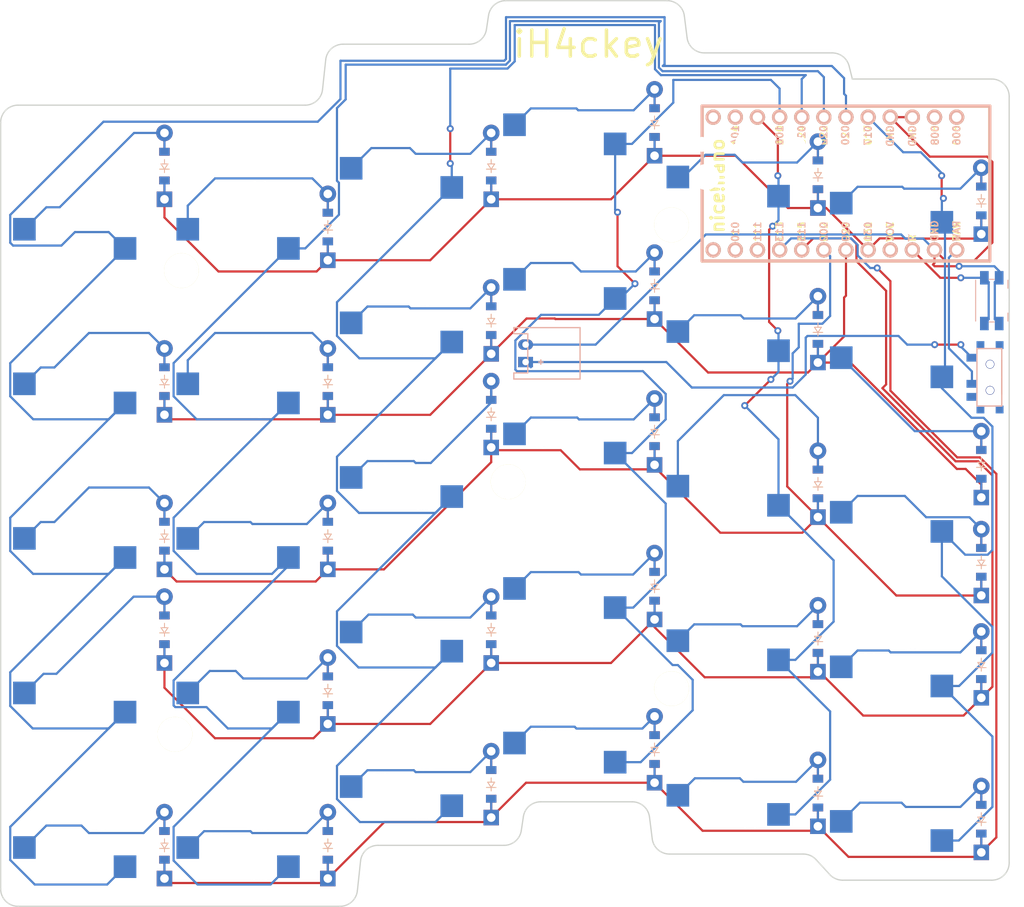
<source format=kicad_pcb>
(kicad_pcb (version 20240108) (generator "pcbnew") (generator_version "8.0")
  (title_block (title "left") (rev "v1.0.0") (company "Unknown"))
  (layers (0 "F.Cu" signal) (31 "B.Cu" signal) (34 "B.Paste" user) (35 "F.Paste" user) (36 "B.SilkS" user "B.Silkscreen") (37 "F.SilkS" user "F.Silkscreen") (38 "B.Mask" user) (39 "F.Mask" user) (44 "Edge.Cuts" user))
  (net 0 "")
  (net 1 "P020")
  (net 2 "first_mod")
  (net 3 "first_bottom")
  (net 4 "first_home")
  (net 5 "first_top")
  (net 6 "first_num")
  (net 7 "P022")
  (net 8 "second_mod")
  (net 9 "second_bottom")
  (net 10 "second_home")
  (net 11 "second_top")
  (net 12 "second_num")
  (net 13 "P024")
  (net 14 "third_mod")
  (net 15 "third_bottom")
  (net 16 "third_home")
  (net 17 "third_top")
  (net 18 "third_num")
  (net 19 "P100")
  (net 20 "fourth_mod")
  (net 21 "fourth_bottom")
  (net 22 "fourth_home")
  (net 23 "fourth_top")
  (net 24 "fourth_num")
  (net 25 "P011")
  (net 26 "fifth_mod")
  (net 27 "fifth_bottom")
  (net 28 "fifth_home")
  (net 29 "fifth_top")
  (net 30 "fifth_num")
  (net 31 "P017")
  (net 32 "sixth_mod")
  (net 33 "sixth_bottom")
  (net 34 "sixth_home")
  (net 35 "sixth_top")
  (net 36 "sixth_num")
  (net 37 "P113")
  (net 38 "P002")
  (net 39 "P029")
  (net 40 "P115")
  (net 41 "P031")
  (net 42 "RAW")
  (net 43 "GND")
  (net 44 "RST")
  (net 45 "VCC")
  (net 46 "P111")
  (net 47 "P010")
  (net 48 "P009")
  (net 49 "P006")
  (net 50 "P008")
  (net 51 "P104")
  (net 52 "P106")
  (net 53 "pos")
  (footprint "E73:SPDT_C128955" (layer "F.Cu") (at 202.55 99.75 -90)
    (property "Reference" "T1" (hide yes))
    (property "Value" "" (hide yes))
  )
  (footprint "PG1350" (layer "F.Cu") (at 175 144 180)
    (property "Reference" "S21" (hide yes))
    (property "Value" "" (hide yes))
  )
  (footprint "PG1350" (layer "F.Cu") (at 193.75 147 180)
    (property "Reference" "S26" (hide yes))
    (property "Value" "" (hide yes))
  )
  (footprint "ComboDiode" (layer "F.Cu") (at 182.8 94.25 90)
    (property "Reference" "D19" (hide yes))
    (property "Value" "" (hide yes))
  )
  (footprint "PG1350" (layer "F.Cu") (at 118.75 150 180)
    (property "Reference" "S6" (hide yes))
    (property "Value" "" (hide yes))
  )
  (footprint "HOLE_M2_TH" (layer "F.Cu") (at 109 140.75)
    (property "Reference" "")
    (property "Value" "")
  )
  (footprint "HOLE_M2_TH" (layer "F.Cu") (at 147.25 111.75)
    (property "Reference" "")
    (property "Value" "")
  )
  (footprint "ComboDiode" (layer "F.Cu") (at 201.55 79.5 90)
    (property "Reference" "D23" (hide yes))
    (property "Value" "" (hide yes))
  )
  (footprint "ComboDiode" (layer "F.Cu") (at 182.8 76.5 90)
    (property "Reference" "D20" (hide yes))
    (property "Value" "" (hide yes))
  )
  (footprint "ComboDiode" (layer "F.Cu") (at 164.05 142.5 90)
    (property "Reference" "D29" (hide yes))
    (property "Value" "" (hide yes))
  )
  (footprint "ComboDiode" (layer "F.Cu") (at 145.3 75.5 90)
    (property "Reference" "D12" (hide yes))
    (property "Value" "" (hide yes))
  )
  (footprint "PG1350" (layer "F.Cu") (at 156.25 120.25 180)
    (property "Reference" "S17" (hide yes))
    (property "Value" "" (hide yes))
  )
  (footprint "ComboDiode" (layer "F.Cu") (at 201.55 121 90)
    (property "Reference" "D25" (hide yes))
    (property "Value" "" (hide yes))
  )
  (footprint "PG1350" (layer "F.Cu") (at 118.75 96.75 180)
    (property "Reference" "S9" (hide yes))
    (property "Value" "" (hide yes))
  )
  (footprint "ComboDiode" (layer "F.Cu") (at 182.8 129.75 90)
    (property "Reference" "D17" (hide yes))
    (property "Value" "" (hide yes))
  )
  (footprint "PG1350" (layer "F.Cu") (at 193.75 129.25 180)
    (property "Reference" "S27" (hide yes))
    (property "Value" "" (hide yes))
  )
  (footprint "PG1350" (layer "F.Cu") (at 100 79 180)
    (property "Reference" "S5" (hide yes))
    (property "Value" "" (hide yes))
  )
  (footprint "HOLE_M2_TH" (layer "F.Cu") (at 109.75 87.5)
    (property "Reference" "")
    (property "Value" "")
  )
  (footprint "PG1350" (layer "F.Cu") (at 100 150 180)
    (property "Reference" "S1" (hide yes))
    (property "Value" "" (hide yes))
  )
  (footprint "ComboDiode" (layer "F.Cu") (at 201.55 109.75 90)
    (property "Reference" "D24" (hide yes))
    (property "Value" "" (hide yes))
  )
  (footprint "PG1350" (layer "F.Cu") (at 193.75 111.5 180)
    (property "Reference" "S28" (hide yes))
    (property "Value" "" (hide yes))
  )
  (footprint "PG1350" (layer "F.Cu") (at 156.25 84.75 180)
    (property "Reference" "S19" (hide yes))
    (property "Value" "" (hide yes))
  )
  (footprint "ComboDiode" (layer "F.Cu") (at 107.8 75.5 90)
    (property "Reference" "D27" (hide yes))
    (property "Value" "" (hide yes))
  )
  (footprint "ComboDiode" (layer "F.Cu") (at 145.3 146.5 90)
    (property "Reference" "D9" (hide yes))
    (property "Value" "" (hide yes))
  )
  (footprint "ComboDiode" (layer "F.Cu") (at 164.05 123.75 90)
    (property "Reference" "D13" (hide yes))
    (property "Value" "" (hide yes))
  )
  (footprint "ComboDiode" (layer "F.Cu") (at 164.05 106 90)
    (property "Reference" "D14" (hide yes))
    (property "Value" "" (hide yes))
  )
  (footprint "PG1350" (layer "F.Cu") (at 193.75 93.75 180)
    (property "Reference" "S29" (hide yes))
    (property "Value" "" (hide yes))
  )
  (footprint "PG1350" (layer "F.Cu") (at 118.75 132.25 180)
    (property "Reference" "S7" (hide yes))
    (property "Value" "" (hide yes))
  )
  (footprint "PG1350" (layer "F.Cu") (at 175 126.25 180)
    (property "Reference" "S22" (hide yes))
    (property "Value" "" (hide yes))
  )
  (footprint "PG1350" (layer "F.Cu") (at 100 96.75 180)
    (property "Reference" "S4" (hide yes))
    (property "Value" "" (hide yes))
  )
  (footprint "ComboDiode" (layer "F.Cu") (at 182.8 112 90)
    (property "Reference" "D18" (hide yes))
    (property "Value" "" (hide yes))
  )
  (footprint "PG1350" (layer "F.Cu") (at 156.25 67 180)
    (property "Reference" "S20" (hide yes))
    (property "Value" "" (hide yes))
  )
  (footprint "PG1350" (layer "F.Cu") (at 118.75 114.5 180)
    (property "Reference" "S8" (hide yes))
    (property "Value" "" (hide yes))
  )
  (footprint "ComboDiode" (layer "F.Cu") (at 126.55 118 90)
    (property "Reference" "D6" (hide yes))
    (property "Value" "" (hide yes))
  )
  (footprint "PG1350" (layer "F.Cu") (at 175 108.5 180)
    (property "Reference" "S23" (hide yes))
    (property "Value" "" (hide yes))
  )
  (footprint "ComboDiode" (layer "F.Cu") (at 107.8 118 90)
    (property "Reference" "D2" (hide yes))
    (property "Value" "" (hide yes))
  )
  (footprint "ComboDiode" (layer "F.Cu") (at 126.55 82.5 90)
    (property "Reference" "D8" (hide yes))
    (property "Value" "" (hide yes))
  )
  (footprint "PG1350" (layer "F.Cu") (at 137.5 125.25 180)
    (property "Reference" "S12" (hide yes))
    (property "Value" "" (hide yes))
  )
  (footprint "ComboDiode" (layer "F.Cu") (at 201.55 150.5 90)
    (property "Reference" "D21" (hide yes))
    (property "Value" "" (hide yes))
  )
  (footprint "ComboDiode" (layer "F.Cu") (at 107.8 100.25 90)
    (property "Reference" "D3" (hide yes))
    (property "Value" "" (hide yes))
  )
  (footprint "PG1350" (layer "F.Cu") (at 175 90.75 180)
    (property "Reference" "S24" (hide yes))
    (property "Value" "" (hide yes))
  )
  (footprint "ComboDiode" (layer "F.Cu") (at 164.05 89.25 90)
    (property "Reference" "D30" (hide yes))
    (property "Value" "" (hide yes))
  )
  (footprint "PG1350" (layer "F.Cu") (at 193.75 76 180)
    (property "Reference" "S30" (hide yes))
    (property "Value" "" (hide yes))
  )
  (footprint "ComboDiode" (layer "F.Cu") (at 145.3 128.75 90)
    (property "Reference" "D10" (hide yes))
    (property "Value" "" (hide yes))
  )
  (footprint "ComboDiode" (layer "F.Cu") (at 145.3 104 90)
    (property "Reference" "D28" (hide yes))
    (property "Value" "" (hide yes))
  )
  (footprint "ComboDiode" (layer "F.Cu") (at 126.55 135.75 90)
    (property "Reference" "D5" (hide yes))
    (property "Value" "" (hide yes))
  )
  (footprint "PG1350" (layer "F.Cu") (at 156.25 102.5 180)
    (property "Reference" "S18" (hide yes))
    (property "Value" "" (hide yes))
  )
  (footprint "PG1350" (layer "F.Cu") (at 137.5 107.5 180)
    (property "Reference" "S13" (hide yes))
    (property "Value" "" (hide yes))
  )
  (footprint "ComboDiode" (layer "F.Cu") (at 182.8 147.5 90)
    (property "Reference" "D16" (hide yes))
    (property "Value" "" (hide yes))
  )
  (footprint "JST_PH_S2B-PH-K_02x2.00mm_Angled" (layer "F.Cu") (at 149.25 97 90)
    (property "Reference" "JST1" (hide yes))
    (property "Value" "" (hide yes))
  )
  (footprint "PG1350" (layer "F.Cu") (at 118.75 79 180)
    (property "Reference" "S10" (hide yes))
    (property "Value" "" (hide yes))
  )
  (footprint "ComboDiode" (layer "F.Cu") (at 126.55 100.25 90)
    (property "Reference" "D7" (hide yes))
    (property "Value" "" (hide yes))
  )
  (footprint "ComboDiode" (layer "F.Cu") (at 145.3 93.25 90)
    (property "Reference" "D11" (hide yes))
    (property "Value" "" (hide yes))
  )
  (footprint "PG1350" (layer "F.Cu") (at 100 132.25 180)
    (property "Reference" "S2" (hide yes))
    (property "Value" "" (hide yes))
  )
  (footprint "PG1350" (layer "F.Cu") (at 137.5 89.75 180)
    (property "Reference" "S14" (hide yes))
    (property "Value" "" (hide yes))
  )
  (footprint "nice_nano" (layer "F.Cu") (at 184.75 77.5 180)
    (property "Reference" "MCU1" (hide yes))
    (property "Value" "nice_nano" (hide yes))
  )
  (footprint "Panasonic_EVQPUL_EVQPUC" (layer "F.Cu") (at 202.75 90.95 -90)
    (property "Reference" "B1" (hide yes))
    (property "Value" "Panasonic_EVQPUL_EVQPUC" (hide yes))
  )
  (footprint "HOLE_M2_TH" (layer "F.Cu") (at 166 82.25)
    (property "Reference" "")
    (property "Value" "")
  )
  (footprint "ComboDiode" (layer "F.Cu") (at 107.8 128.75 90)
    (property "Reference" "D26" (hide yes))
    (property "Value" "" (hide yes))
  )
  (footprint "PG1350" (layer "F.Cu") (at 156.25 138 180)
    (property "Reference" "S16" (hide yes))
    (property "Value" "" (hide yes))
  )
  (footprint "PG1350" (layer "F.Cu") (at 100 114.5 180)
    (property "Reference" "S3" (hide yes))
    (property "Value" "" (hide yes))
  )
  (footprint "ComboDiode" (layer "F.Cu") (at 126.55 153.5 90)
    (property "Reference" "D4" (hide yes))
    (property "Value" "" (hide yes))
  )
  (footprint "PG1350" (layer "F.Cu") (at 137.5 72 180)
    (property "Reference" "S15" (hide yes))
    (property "Value" "" (hide yes))
  )
  (footprint "ComboDiode" (layer "F.Cu") (at 164.05 70.5 90)
    (property "Reference" "D15" (hide yes))
    (property "Value" "" (hide yes))
  )
  (footprint "PG1350" (layer "F.Cu") (at 175 73 180)
    (property "Reference" "S25" (hide yes))
    (property "Value" "" (hide yes))
  )
  (footprint "HOLE_M2_TH" (layer "F.Cu") (at 166 135.5)
    (property "Reference" "")
    (property "Value" "")
  )
  (footprint "ComboDiode" (layer "F.Cu") (at 107.8 153.5 90)
    (property "Reference" "D1" (hide yes))
    (property "Value" "" (hide yes))
  )
  (footprint "PG1350" (layer "F.Cu") (at 137.5 143 180)
    (property "Reference" "S11" (hide yes))
    (property "Value" "" (hide yes))
  )
  (footprint "ComboDiode" (layer "F.Cu") (at 201.55 132.75 90)
    (property "Reference" "D22" (hide yes))
    (property "Value" "" (hide yes))
  )
  (gr_arc (start 169.765564 62.499999) (mid 168.441959 61.999355) (end 167.781009 60.748069) (stroke (width 0.15)) (layer "Edge.Cuts"))
  (gr_arc (start 165.484436 56.500001) (mid 166.808041 57.000645) (end 167.468991 58.251931) (stroke (width 0.15)) (layer "Edge.Cuts"))
  (gr_line (start 204.75 67.5) (end 204.75 155.5) (stroke (width 0.15)) (layer "Edge.Cuts"))
  (gr_arc (start 144.994502 58.203319) (mid 145.667262 56.984519) (end 146.972375 56.5) (stroke (width 0.15)) (layer "Edge.Cuts"))
  (gr_arc (start 165.765564 154.499999) (mid 164.441959 153.999355) (end 163.781009 152.748069) (stroke (width 0.15)) (layer "Edge.Cuts"))
  (gr_line (start 128.297161 61.5) (end 142.777625 61.5) (stroke (width 0.15)) (layer "Edge.Cuts"))
  (gr_arc (start 126.308543 63.286934) (mid 126.960399 62.012363) (end 128.297161 61.5) (stroke (width 0.15)) (layer "Edge.Cuts"))
  (gr_arc (start 144.755498 59.796681) (mid 144.082738 61.015481) (end 142.777625 61.5) (stroke (width 0.15)) (layer "Edge.Cuts"))
  (gr_line (start 130.308543 155.286934) (end 129.941457 158.713066) (stroke (width 0.15)) (layer "Edge.Cuts"))
  (gr_line (start 169.765564 62.5) (end 184.438498 62.5) (stroke (width 0.15)) (layer "Edge.Cuts"))
  (gr_line (start 91 160.5) (end 127.952839 160.5) (stroke (width 0.15)) (layer "Edge.Cuts"))
  (gr_arc (start 130.308543 155.286934) (mid 130.960399 154.012363) (end 132.297161 153.5) (stroke (width 0.15)) (layer "Edge.Cuts"))
  (gr_arc (start 148.994502 150.203319) (mid 149.667262 148.984519) (end 150.972375 148.5) (stroke (width 0.15)) (layer "Edge.Cuts"))
  (gr_line (start 163.781009 152.748069) (end 163.468991 150.251931) (stroke (width 0.15)) (layer "Edge.Cuts"))
  (gr_line (start 125.941457 66.713066) (end 126.308543 63.286934) (stroke (width 0.15)) (layer "Edge.Cuts"))
  (gr_line (start 167.468991 58.251931) (end 167.781009 60.748069) (stroke (width 0.15)) (layer "Edge.Cuts"))
  (gr_line (start 202.75 157.5) (end 185.629803 157.5) (stroke (width 0.15)) (layer "Edge.Cuts"))
  (gr_line (start 184.155495 156.851449) (end 182.594505 155.148551) (stroke (width 0.15)) (layer "Edge.Cuts"))
  (gr_arc (start 89 70.5) (mid 89.585786 69.085786) (end 91 68.5) (stroke (width 0.15)) (layer "Edge.Cuts"))
  (gr_arc (start 185.629803 157.5) (mid 184.824477 157.330696) (end 184.155495 156.851449) (stroke (width 0.15)) (layer "Edge.Cuts"))
  (gr_arc (start 91 160.5) (mid 89.585786 159.914214) (end 89 158.5) (stroke (width 0.15)) (layer "Edge.Cuts"))
  (gr_line (start 186.378767 64.014868) (end 186.7501 65.5) (stroke (width 0.15)) (layer "Edge.Cuts"))
  (gr_line (start 148.994502 150.203319) (end 148.755498 151.796681) (stroke (width 0.15)) (layer "Edge.Cuts"))
  (gr_line (start 146.972375 56.5) (end 165.484436 56.5) (stroke (width 0.15)) (layer "Edge.Cuts"))
  (gr_arc (start 202.75 65.5) (mid 204.164214 66.085786) (end 204.75 67.5) (stroke (width 0.15)) (layer "Edge.Cuts"))
  (gr_line (start 146.777625 153.5) (end 132.297161 153.5) (stroke (width 0.15)) (layer "Edge.Cuts"))
  (gr_line (start 91 68.5) (end 123.952839 68.5) (stroke (width 0.15)) (layer "Edge.Cuts"))
  (gr_arc (start 129.941457 158.713066) (mid 129.289601 159.987637) (end 127.952839 160.5) (stroke (width 0.15)) (layer "Edge.Cuts"))
  (gr_line (start 161.484436 148.5) (end 150.972375 148.5) (stroke (width 0.15)) (layer "Edge.Cuts"))
  (gr_arc (start 204.75 155.5) (mid 204.164214 156.914214) (end 202.75 157.5) (stroke (width 0.15)) (layer "Edge.Cuts"))
  (gr_arc (start 125.941457 66.713066) (mid 125.289601 67.987637) (end 123.952839 68.5) (stroke (width 0.15)) (layer "Edge.Cuts"))
  (gr_line (start 89 158.5) (end 89 70.5) (stroke (width 0.15)) (layer "Edge.Cuts"))
  (gr_line (start 144.755498 59.796681) (end 144.994502 58.203319) (stroke (width 0.15)) (layer "Edge.Cuts"))
  (gr_arc (start 181.120197 154.5) (mid 181.925523 154.669304) (end 182.594505 155.148551) (stroke (width 0.15)) (layer "Edge.Cuts"))
  (gr_line (start 186.7501 65.5) (end 202.75 65.5) (stroke (width 0.15)) (layer "Edge.Cuts"))
  (gr_arc (start 161.484436 148.500001) (mid 162.808041 149.000645) (end 163.468991 150.251931) (stroke (width 0.15)) (layer "Edge.Cuts"))
  (gr_line (start 181.120197 154.5) (end 165.765564 154.5) (stroke (width 0.15)) (layer "Edge.Cuts"))
  (gr_arc (start 148.755498 151.796681) (mid 148.082738 153.015481) (end 146.777625 153.5) (stroke (width 0.15)) (layer "Edge.Cuts"))
  (gr_arc (start 184.438498 62.500001) (mid 185.669297 62.923571) (end 186.378767 64.014868) (stroke (width 0.15)) (layer "Edge.Cuts"))
  (gr_text "iH4ckey" (at 147.55 61.5 0) (layer "F.SilkS") (effects (font (size 3 3) (thickness 0.4)) (justify left)))
  (segment (start 103.275 84.95) (end 101.4 83.075) (width 0.25) (layer "B.Cu") (net 1))
  (segment (start 101.225 158) (end 103.275 155.95) (width 0.25) (layer "B.Cu") (net 1))
  (segment (start 125.4 70.4) (end 128 67.8) (width 0.25) (layer "B.Cu") (net 1))
  (segment (start 101.4 83.075) (end 97.525 83.075) (width 0.25) (layer "B.Cu") (net 1))
  (segment (start 92.74038 104.575) (end 101.4 104.575) (width 0.25) (layer "B.Cu") (net 1))
  (segment (start 186.02 67.42) (end 186.02 69.88) (width 0.25) (layer "B.Cu") (net 1))
  (segment (start 100.8 70.4) (end 125.4 70.4) (width 0.25) (layer "B.Cu") (net 1))
  (segment (start 184.4 64) (end 185.8 65.4) (width 0.25) (layer "B.Cu") (net 1))
  (segment (start 90.1 133.625) (end 90.1 137.5) (width 0.25) (layer "B.Cu") (net 1))
  (segment (start 90.1 137.5) (end 92.675 140.075) (width 0.25) (layer "B.Cu") (net 1))
  (segment (start 90.1 151.375) (end 90.1 155.18462) (width 0.25) (layer "B.Cu") (net 1))
  (segment (start 165 64) (end 184.4 64) (width 0.25) (layer "B.Cu") (net 1))
  (segment (start 101.4 140.075) (end 103.275 138.2) (width 0.25) (layer "B.Cu") (net 1))
  (segment (start 90.425 84.625) (end 90.1 84.3) (width 0.25) (layer "B.Cu") (net 1))
  (segment (start 90.1 119.7) (end 92.725 122.325) (width 0.25) (layer "B.Cu") (net 1))
  (segment (start 147 58.4) (end 165.2 58.4) (width 0.25) (layer "B.Cu") (net 1))
  (segment (start 128 63.4) (end 146.8 63.4) (width 0.25) (layer "B.Cu") (net 1))
  (segment (start 103.275 84.95) (end 90.1 98.125) (width 0.25) (layer "B.Cu") (net 1))
  (segment (start 90.1 98.125) (end 90.1 101.93462) (width 0.25) (layer "B.Cu") (net 1))
  (segment (start 128 67.8) (end 128 63.4) (width 0.25) (layer "B.Cu") (net 1))
  (segment (start 101.4 122.325) (end 103.275 120.45) (width 0.25) (layer "B.Cu") (net 1))
  (segment (start 103.275 102.7) (end 90.1 115.875) (width 0.25) (layer "B.Cu") (net 1))
  (segment (start 90.1 101.93462) (end 92.74038 104.575) (width 0.25) (layer "B.Cu") (net 1))
  (segment (start 92.675 140.075) (end 101.4 140.075) (width 0.25) (layer "B.Cu") (net 1))
  (segment (start 92.725 122.325) (end 101.4 122.325) (width 0.25) (layer "B.Cu") (net 1))
  (segment (start 97.525 83.075) (end 95.975 84.625) (width 0.25) (layer "B.Cu") (net 1))
  (segment (start 90.1 84.3) (end 90.1 81.1) (width 0.25) (layer "B.Cu") (net 1))
  (segment (start 90.1 81.1) (end 100.8 70.4) (width 0.25) (layer "B.Cu") (net 1))
  (segment (start 90.1 115.875) (end 90.1 119.7) (width 0.25) (layer "B.Cu") (net 1))
  (segment (start 103.275 120.45) (end 90.1 133.625) (width 0.25) (layer "B.Cu") (net 1))
  (segment (start 185.8 65.4) (end 185.8 67.2) (width 0.25) (layer "B.Cu") (net 1))
  (segment (start 147 63.2) (end 147 58.4) (width 0.25) (layer "B.Cu") (net 1))
  (segment (start 165.2 58.4) (end 165.2 63.8) (width 0.25) (layer "B.Cu") (net 1))
  (segment (start 185.8 67.2) (end 186.02 67.42) (width 0.25) (layer "B.Cu") (net 1))
  (segment (start 146.8 63.4) (end 147 63.2) (width 0.25) (layer "B.Cu") (net 1))
  (segment (start 90.1 155.18462) (end 92.91538 158) (width 0.25) (layer "B.Cu") (net 1))
  (segment (start 165.2 63.8) (end 165 64) (width 0.25) (layer "B.Cu") (net 1))
  (segment (start 95.975 84.625) (end 90.425 84.625) (width 0.25) (layer "B.Cu") (net 1))
  (segment (start 101.4 104.575) (end 103.275 102.7) (width 0.25) (layer "B.Cu") (net 1))
  (segment (start 92.91538 158) (end 101.225 158) (width 0.25) (layer "B.Cu") (net 1))
  (segment (start 103.275 138.2) (end 90.1 151.375) (width 0.25) (layer "B.Cu") (net 1))
  (segment (start 107.8 149.69) (end 107.8 151.85) (width 0.25) (layer "F.Cu") (net 2))
  (segment (start 94.2491 151.2259) (end 98.270901 151.2259) (width 0.25) (layer "B.Cu") (net 2))
  (segment (start 98.270901 151.2259) (end 99.134501 152.0895) (width 0.25) (layer "B.Cu") (net 2))
  (segment (start 105.4005 152.0895) (end 107.8 149.69) (width 0.25) (layer "B.Cu") (net 2))
  (segment (start 99.134501 152.0895) (end 105.4005 152.0895) (width 0.25) (layer "B.Cu") (net 2))
  (segment (start 107.8 149.69) (end 107.8 151.85) (width 0.25) (layer "B.Cu") (net 2))
  (segment (start 91.725 153.75) (end 94.2491 151.2259) (width 0.25) (layer "B.Cu") (net 2))
  (segment (start 107.8 124.94) (end 107.8 127.1) (width 0.25) (layer "F.Cu") (net 3))
  (segment (start 91.725 136) (end 93.9225 133.8025) (width 0.25) (layer "B.Cu") (net 3))
  (segment (start 93.9225 133.8025) (end 95.3975 133.8025) (width 0.25) (layer "B.Cu") (net 3))
  (segment (start 107.8 124.94) (end 107.8 127.1) (width 0.25) (layer "B.Cu") (net 3))
  (segment (start 95.3975 133.8025) (end 104.26 124.94) (width 0.25) (layer "B.Cu") (net 3))
  (segment (start 104.26 124.94) (end 107.8 124.94) (width 0.25) (layer "B.Cu") (net 3))
  (segment (start 107.8 114.19) (end 107.8 116.35) (width 0.25) (layer "F.Cu") (net 4))
  (segment (start 95.170001 116.375) (end 99.134501 112.4105) (width 0.25) (layer "B.Cu") (net 4))
  (segment (start 106.0205 112.4105) (end 107.8 114.19) (width 0.25) (layer "B.Cu") (net 4))
  (segment (start 99.134501 112.4105) (end 106.0205 112.4105) (width 0.25) (layer "B.Cu") (net 4))
  (segment (start 93.6 116.375) (end 95.170001 116.375) (width 0.25) (layer "B.Cu") (net 4))
  (segment (start 91.725 118.25) (end 93.6 116.375) (width 0.25) (layer "B.Cu") (net 4))
  (segment (start 107.8 114.19) (end 107.8 116.35) (width 0.25) (layer "B.Cu") (net 4))
  (segment (start 107.8 96.44) (end 107.8 98.6) (width 0.25) (layer "F.Cu") (net 5))
  (segment (start 93.6 98.625) (end 95.170001 98.625) (width 0.25) (layer "B.Cu") (net 5))
  (segment (start 107.8 96.44) (end 107.8 98.6) (width 0.25) (layer "B.Cu") (net 5))
  (segment (start 91.725 100.5) (end 93.6 98.625) (width 0.25) (layer "B.Cu") (net 5))
  (segment (start 106.0205 94.6605) (end 107.8 96.44) (width 0.25) (layer "B.Cu") (net 5))
  (segment (start 95.170001 98.625) (end 99.134501 94.6605) (width 0.25) (layer "B.Cu") (net 5))
  (segment (start 99.134501 94.6605) (end 106.0205 94.6605) (width 0.25) (layer "B.Cu") (net 5))
  (segment (start 107.8 71.69) (end 107.8 73.85) (width 0.25) (layer "F.Cu") (net 6))
  (segment (start 107.8 71.69) (end 107.8 73.85) (width 0.25) (layer "B.Cu") (net 6))
  (segment (start 94.2491 80.2259) (end 95.7741 80.2259) (width 0.25) (layer "B.Cu") (net 6))
  (segment (start 104.31 71.69) (end 107.8 71.69) (width 0.25) (layer "B.Cu") (net 6))
  (segment (start 91.725 82.75) (end 94.2491 80.2259) (width 0.25) (layer "B.Cu") (net 6))
  (segment (start 95.7741 80.2259) (end 104.31 71.69) (width 0.25) (layer "B.Cu") (net 6))
  (segment (start 112.625 137.625) (end 115.075 140.075) (width 0.25) (layer "B.Cu") (net 7))
  (segment (start 111.49038 122.325) (end 120.15 122.325) (width 0.25) (layer "B.Cu") (net 7))
  (segment (start 128.6 63.85) (end 146.986396 63.85) (width 0.25) (layer "B.Cu") (net 7))
  (segment (start 122.025 121.39038) (end 108.85 134.56538) (width 0.25) (layer "B.Cu") (net 7))
  (segment (start 115.075 140.075) (end 120.15 140.075) (width 0.25) (layer "B.Cu") (net 7))
  (segment (start 108.85 101.93462) (end 111.49038 104.575) (width 0.25) (layer "B.Cu") (net 7))
  (segment (start 120.15 104.575) (end 122.025 102.7) (width 0.25) (layer "B.Cu") (net 7))
  (segment (start 108.85 115.875) (end 108.85 119.68462) (width 0.25) (layer "B.Cu") (net 7))
  (segment (start 122.025 138.2) (end 108.85 151.375) (width 0.25) (layer "B.Cu") (net 7))
  (segment (start 122.025 120.45) (end 122.025 121.39038) (width 0.25) (layer "B.Cu") (net 7))
  (segment (start 128.6 67.836396) (end 128.6 63.85) (width 0.25) (layer "B.Cu") (net 7))
  (segment (start 127.6 68.836396) (end 128.6 67.836396) (width 0.25) (layer "B.Cu") (net 7))
  (segment (start 182.8 64.6) (end 183.48 65.28) (width 0.25) (layer "B.Cu") (net 7))
  (segment (start 127.6 77.18462) (end 127.6 68.836396) (width 0.25) (layer "B.Cu") (net 7))
  (segment (start 111.49038 104.575) (end 120.15 104.575) (width 0.25) (layer "B.Cu") (net 7))
  (segment (start 122.025 84.95) (end 123.95962 84.95) (width 0.25) (layer "B.Cu") (net 7))
  (segment (start 164.963604 64.6) (end 182.8 64.6) (width 0.25) (layer "B.Cu") (net 7))
  (segment (start 120.15 140.075) (end 122.025 138.2) (width 0.25) (layer "B.Cu") (net 7))
  (segment (start 122.025 84.95) (end 108.85 98.125) (width 0.25) (layer "B.Cu") (net 7))
  (segment (start 183.48 65.28) (end 183.48 69.88) (width 0.25) (layer "B.Cu") (net 7))
  (segment (start 127.8275 77.41212) (end 127.6 77.18462) (width 0.25) (layer "B.Cu") (net 7))
  (segment (start 108.85 98.125) (end 108.85 101.93462) (width 0.25) (layer "B.Cu") (net 7))
  (segment (start 164.75 58.85) (end 164.55 59.05) (width 0.25) (layer "B.Cu") (net 7))
  (segment (start 120.15 122.325) (end 122.025 120.45) (width 0.25) (layer "B.Cu") (net 7))
  (segment (start 108.85 155.25) (end 111.6 158) (width 0.25) (layer "B.Cu") (net 7))
  (segment (start 108.85 134.56538) (end 108.85 137.43462) (width 0.25) (layer "B.Cu") (net 7))
  (segment (start 164.55 64.186396) (end 164.963604 64.6) (width 0.25) (layer "B.Cu") (net 7))
  (segment (start 108.85 119.68462) (end 111.49038 122.325) (width 0.25) (layer "B.Cu") (net 7))
  (segment (start 147.45 63.386396) (end 147.45 58.85) (width 0.25) (layer "B.Cu") (net 7))
  (segment (start 147.45 58.85) (end 164.75 58.85) (width 0.25) (layer "B.Cu") (net 7))
  (segment (start 123.95962 84.95) (end 127.8275 81.08212) (width 0.25) (layer "B.Cu") (net 7))
  (segment (start 164.55 59.05) (end 164.55 64.186396) (width 0.25) (layer "B.Cu") (net 7))
  (segment (start 122.025 102.7) (end 108.85 115.875) (width 0.25) (layer "B.Cu") (net 7))
  (segment (start 108.85 137.43462) (end 109.04038 137.625) (width 0.25) (layer "B.Cu") (net 7))
  (segment (start 111.6 158) (end 119.975 158) (width 0.25) (layer "B.Cu") (net 7))
  (segment (start 108.85 151.375) (end 108.85 155.25) (width 0.25) (layer "B.Cu") (net 7))
  (segment (start 146.986396 63.85) (end 147.45 63.386396) (width 0.25) (layer "B.Cu") (net 7))
  (segment (start 119.975 158) (end 122.025 155.95) (width 0.25) (layer "B.Cu") (net 7))
  (segment (start 109.04038 137.625) (end 112.625 137.625) (width 0.25) (layer "B.Cu") (net 7))
  (segment (start 127.8275 81.08212) (end 127.8275 77.41212) (width 0.25) (layer "B.Cu") (net 7))
  (segment (start 126.55 151.85) (end 126.55 149.69) (width 0.25) (layer "F.Cu") (net 8))
  (segment (start 124.1505 152.0895) (end 126.55 149.69) (width 0.25) (layer "B.Cu") (net 8))
  (segment (start 112.35 151.875) (end 117.670001 151.875) (width 0.25) (layer "B.Cu") (net 8))
  (segment (start 117.884501 152.0895) (end 124.1505 152.0895) (width 0.25) (layer "B.Cu") (net 8))
  (segment (start 110.475 153.75) (end 112.35 151.875) (width 0.25) (layer "B.Cu") (net 8))
  (segment (start 126.55 149.69) (end 126.55 151.85) (width 0.25) (layer "B.Cu") (net 8))
  (segment (start 117.670001 151.875) (end 117.884501 152.0895) (width 0.25) (layer "B.Cu") (net 8))
  (segment (start 126.55 131.94) (end 126.55 134.1) (width 0.25) (layer "F.Cu") (net 9))
  (segment (start 110.475 136) (end 112.9991 133.4759) (width 0.25) (layer "B.Cu") (net 9))
  (segment (start 115.9846 133.4759) (end 116.8482 134.3395) (width 0.25) (layer "B.Cu") (net 9))
  (segment (start 116.8482 134.3395) (end 124.1505 134.3395) (width 0.25) (layer "B.Cu") (net 9))
  (segment (start 112.9991 133.4759) (end 115.9846 133.4759) (width 0.25) (layer "B.Cu") (net 9))
  (segment (start 124.1505 134.3395) (end 126.55 131.94) (width 0.25) (layer "B.Cu") (net 9))
  (segment (start 126.55 131.94) (end 126.55 134.1) (width 0.25) (layer "B.Cu") (net 9))
  (segment (start 126.55 114.19) (end 126.55 116.35) (width 0.25) (layer "F.Cu") (net 10))
  (segment (start 112.35 116.375) (end 117.670001 116.375) (width 0.25) (layer "B.Cu") (net 10))
  (segment (start 117.895001 116.6) (end 124.14 116.6) (width 0.25) (layer "B.Cu") (net 10))
  (segment (start 126.55 114.19) (end 126.55 116.35) (width 0.25) (layer "B.Cu") (net 10))
  (segment (start 110.475 118.25) (end 112.35 116.375) (width 0.25) (layer "B.Cu") (net 10))
  (segment (start 124.14 116.6) (end 126.55 114.19) (width 0.25) (layer "B.Cu") (net 10))
  (segment (start 117.670001 116.375) (end 117.895001 116.6) (width 0.25) (layer "B.Cu") (net 10))
  (segment (start 126.55 96.44) (end 126.55 98.6) (width 0.25) (layer "F.Cu") (net 11))
  (segment (start 110.475 100.5) (end 110.475 97.791316) (width 0.25) (layer "B.Cu") (net 11))
  (segment (start 110.475 97.791316) (end 113.605816 94.6605) (width 0.25) (layer "B.Cu") (net 11))
  (segment (start 113.605816 94.6605) (end 124.7705 94.6605) (width 0.25) (layer "B.Cu") (net 11))
  (segment (start 126.55 96.44) (end 126.55 98.6) (width 0.25) (layer "B.Cu") (net 11))
  (segment (start 124.7705 94.6605) (end 126.55 96.44) (width 0.25) (layer "B.Cu") (net 11))
  (segment (start 126.55 78.69) (end 126.55 80.85) (width 0.25) (layer "F.Cu") (net 12))
  (segment (start 113.605816 76.9105) (end 124.7705 76.9105) (width 0.25) (layer "B.Cu") (net 12))
  (segment (start 124.7705 76.9105) (end 126.55 78.69) (width 0.25) (layer "B.Cu") (net 12))
  (segment (start 110.475 82.75) (end 110.475 80.041316) (width 0.25) (layer "B.Cu") (net 12))
  (segment (start 110.475 80.041316) (end 113.605816 76.9105) (width 0.25) (layer "B.Cu") (net 12))
  (segment (start 126.55 78.69) (end 126.55 80.85) (width 0.25) (layer "B.Cu") (net 12))
  (segment (start 140.6 75.2) (end 140.6 71.2) (width 0.25) (layer "F.Cu") (net 13))
  (via (at 140.6 75.2) (size 0.8) (drill 0.4) (layers "F.Cu" "B.Cu") (net 13))
  (via (at 140.6 71.2) (size 0.8) (drill 0.4) (layers "F.Cu" "B.Cu") (net 13))
  (segment (start 147.172792 64.3) (end 148 63.472792) (width 0.25) (layer "B.Cu") (net 13))
  (segment (start 148 63.472792) (end 148 59.3) (width 0.25) (layer "B.Cu") (net 13))
  (segment (start 140.775 77.95) (end 127.6 91.125) (width 0.25) (layer "B.Cu") (net 13))
  (segment (start 140.775 75.375) (end 140.6 75.2) (width 0.25) (layer "B.Cu") (net 13))
  (segment (start 127.6 91.125) (end 127.6 95) (width 0.25) (layer "B.Cu") (net 13))
  (segment (start 140.775 113.45) (end 127.6 126.625) (width 0.25) (layer "B.Cu") (net 13))
  (segment (start 127.6 108.875) (end 127.6 112.8) (width 0.25) (layer "B.Cu") (net 13))
  (segment (start 138.9 133.075) (end 140.775 131.2) (width 0.25) (layer "B.Cu") (net 13))
  (segment (start 138.9 115.325) (end 140.775 113.45) (width 0.25) (layer "B.Cu") (net 13))
  (segment (start 140.6 64.3) (end 147.172792 64.3) (width 0.25) (layer "B.Cu") (net 13))
  (segment (start 164.1 64.372792) (end 164.777208 65.05) (width 0.25) (layer "B.Cu") (net 13))
  (segment (start 127.6 126.625) (end 127.6 130.6) (width 0.25) (layer "B.Cu") (net 13))
  (segment (start 138.9 150.825) (end 140.775 148.95) (width 0.25) (layer "B.Cu") (net 13))
  (segment (start 127.6 112.8) (end 130.125 115.325) (width 0.25) (layer "B.Cu") (net 13))
  (segment (start 140.775 131.2) (end 127.6 144.375) (width 0.25) (layer "B.Cu") (net 13))
  (segment (start 140.775 77.95) (end 140.775 75.375) (width 0.25) (layer "B.Cu") (net 13))
  (segment (start 130.075 133.075) (end 138.9 133.075) (width 0.25) (layer "B.Cu") (net 13))
  (segment (start 181.4 65.05) (end 180.94 65.51) (width 0.25) (layer "B.Cu") (net 13))
  (segment (start 127.6 144.375) (end 127.6 148.18462) (width 0.25) (layer "B.Cu") (net 13))
  (segment (start 138.9 97.575) (end 140.775 95.7) (width 0.25) (layer "B.Cu") (net 13))
  (segment (start 127.6 130.6) (end 130.075 133.075) (width 0.25) (layer "B.Cu") (net 13))
  (segment (start 164.777208 65.05) (end 181.4 65.05) (width 0.25) (layer "B.Cu") (net 13))
  (segment (start 130.24038 150.825) (end 138.9 150.825) (width 0.25) (layer "B.Cu") (net 13))
  (segment (start 180.94 65.51) (end 180.94 69.88) (width 0.25) (layer "B.Cu") (net 13))
  (segment (start 127.6 148.18462) (end 130.24038 150.825) (width 0.25) (layer "B.Cu") (net 13))
  (segment (start 140.775 95.7) (end 127.6 108.875) (width 0.25) (layer "B.Cu") (net 13))
  (segment (start 127.6 95) (end 130.175 97.575) (width 0.25) (layer "B.Cu") (net 13))
  (segment (start 130.125 115.325) (end 138.9 115.325) (width 0.25) (layer "B.Cu") (net 13))
  (segment (start 148 59.3) (end 164.1 59.3) (width 0.25) (layer "B.Cu") (net 13))
  (segment (start 140.6 71.2) (end 140.6 64.3) (width 0.25) (layer "B.Cu") (net 13))
  (segment (start 164.1 59.3) (end 164.1 64.372792) (width 0.25) (layer "B.Cu") (net 13))
  (segment (start 130.175 97.575) (end 138.9 97.575) (width 0.25) (layer "B.Cu") (net 13))
  (segment (start 145.3 142.69) (end 145.3 144.85) (width 0.25) (layer "F.Cu") (net 14))
  (segment (start 142.9005 145.0895) (end 145.3 142.69) (width 0.25) (layer "B.Cu") (net 14))
  (segment (start 131.1 144.875) (end 136.420001 144.875) (width 0.25) (layer "B.Cu") (net 14))
  (segment (start 129.225 146.75) (end 131.1 144.875) (width 0.25) (layer "B.Cu") (net 14))
  (segment (start 136.634501 145.0895) (end 142.9005 145.0895) (width 0.25) (layer "B.Cu") (net 14))
  (segment (start 136.420001 144.875) (end 136.634501 145.0895) (width 0.25) (layer "B.Cu") (net 14))
  (segment (start 145.3 142.69) (end 145.3 144.85) (width 0.25) (layer "B.Cu") (net 14))
  (segment (start 145.3 124.94) (end 145.3 127.1) (width 0.25) (layer "F.Cu") (net 15))
  (segment (start 145.3 124.94) (end 145.3 127.1) (width 0.25) (layer "B.Cu") (net 15))
  (segment (start 131.225 127) (end 136.295001 127) (width 0.25) (layer "B.Cu") (net 15))
  (segment (start 136.634501 127.3395) (end 142.9005 127.3395) (width 0.25) (layer "B.Cu") (net 15))
  (segment (start 129.225 129) (end 131.225 127) (width 0.25) (layer "B.Cu") (net 15))
  (segment (start 142.9005 127.3395) (end 145.3 124.94) (width 0.25) (layer "B.Cu") (net 15))
  (segment (start 136.295001 127) (end 136.634501 127.3395) (width 0.25) (layer "B.Cu") (net 15))
  (segment (start 145.3 100.19) (end 145.3 102.35) (width 0.25) (layer "F.Cu") (net 16))
  (segment (start 131.1 109.375) (end 136.420001 109.375) (width 0.25) (layer "B.Cu") (net 16))
  (segment (start 136.634501 109.5895) (end 138.365499 109.5895) (width 0.25) (layer "B.Cu") (net 16))
  (segment (start 145.3 102.654999) (end 145.3 100.19) (width 0.25) (layer "B.Cu") (net 16))
  (segment (start 129.225 111.25) (end 131.1 109.375) (width 0.25) (layer "B.Cu") (net 16))
  (segment (start 145.3 100.19) (end 145.3 102.35) (width 0.25) (layer "B.Cu") (net 16))
  (segment (start 138.365499 109.5895) (end 145.3 102.654999) (width 0.25) (layer "B.Cu") (net 16))
  (segment (start 136.420001 109.375) (end 136.634501 109.5895) (width 0.25) (layer "B.Cu") (net 16))
  (segment (start 145.3 89.44) (end 145.3 91.6) (width 0.25) (layer "F.Cu") (net 17))
  (segment (start 129.225 93.5) (end 131.1 91.625) (width 0.25) (layer "B.Cu") (net 17))
  (segment (start 142.9005 91.8395) (end 145.3 89.44) (width 0.25) (layer "B.Cu") (net 17))
  (segment (start 131.1 91.625) (end 135.825 91.625) (width 0.25) (layer "B.Cu") (net 17))
  (segment (start 145.3 89.44) (end 145.3 91.6) (width 0.25) (layer "B.Cu") (net 17))
  (segment (start 135.825 91.625) (end 136.0395 91.8395) (width 0.25) (layer "B.Cu") (net 17))
  (segment (start 136.0395 91.8395) (end 142.9005 91.8395) (width 0.25) (layer "B.Cu") (net 17))
  (segment (start 145.3 71.69) (end 145.3 73.85) (width 0.25) (layer "F.Cu") (net 18))
  (segment (start 145.3 71.69) (end 145.3 73.85) (width 0.25) (layer "B.Cu") (net 18))
  (segment (start 131.5475 73.4275) (end 135.972501 73.4275) (width 0.25) (layer "B.Cu") (net 18))
  (segment (start 135.972501 73.4275) (end 136.634501 74.0895) (width 0.25) (layer "B.Cu") (net 18))
  (segment (start 129.225 75.75) (end 131.5475 73.4275) (width 0.25) (layer "B.Cu") (net 18))
  (segment (start 142.9005 74.0895) (end 145.3 71.69) (width 0.25) (layer "B.Cu") (net 18))
  (segment (start 136.634501 74.0895) (end 142.9005 74.0895) (width 0.25) (layer "B.Cu") (net 18))
  (segment (start 159.8 87) (end 159.8 80.8) (width 0.25) (layer "F.Cu") (net 19))
  (segment (start 161.8 89) (end 159.8 87) (width 0.25) (layer "F.Cu") (net 19))
  (via (at 159.8 80.8) (size 0.8) (drill 0.4) (layers "F.Cu" "B.Cu") (net 19))
  (via (at 161.8 89) (size 0.8) (drill 0.4) (layers "F.Cu" "B.Cu") (net 19))
  (segment (start 161.45962 72.95) (end 166.2 68.20962) (width 0.25) (layer "B.Cu") (net 19))
  (segment (start 165.3275 122.4725) (end 165.3275 114.2525) (width 0.25) (layer "B.Cu") (net 19))
  (segment (start 159.525 108.45) (end 161.45962 108.45) (width 0.25) (layer "B.Cu") (net 19))
  (segment (start 159.525 90.7) (end 160.1 90.7) (width 0.25) (layer "B.Cu") (net 19))
  (segment (start 165.3275 114.2525) (end 159.525 108.45) (width 0.25) (layer "B.Cu") (net 19))
  (segment (start 161.45962 108.45) (end 165.3275 104.58212) (width 0.25) (layer "B.Cu") (net 19))
  (segment (start 166.729468 132.8) (end 166.125 132.8) (width 0.25) (layer "B.Cu") (net 19))
  (segment (start 161.6 126.2) (end 165.3275 122.4725) (width 0.25) (layer "B.Cu") (net 19))
  (segment (start 148.25 99.05) (end 148.075 98.875) (width 0.25) (layer "B.Cu") (net 19))
  (segment (start 165.3275 104.58212) (end 165.3275 101.660842) (width 0.25) (layer "B.Cu") (net 19))
  (segment (start 148.075 95.525) (end 151.025 92.575) (width 0.25) (layer "B.Cu") (net 19))
  (segment (start 159.525 80.525) (end 159.525 72.95) (width 0.25) (layer "B.Cu") (net 19))
  (segment (start 157.65 92.575) (end 159.525 90.7) (width 0.25) (layer "B.Cu") (net 19))
  (segment (start 168.425 134.495532) (end 166.729468 132.8) (width 0.25) (layer "B.Cu") (net 19))
  (segment (start 159.525 72.95) (end 161.45962 72.95) (width 0.25) (layer "B.Cu") (net 19))
  (segment (start 159.525 143.95) (end 162.45962 143.95) (width 0.25) (layer "B.Cu") (net 19))
  (segment (start 148.075 98.875) (end 148.075 95.525) (width 0.25) (layer "B.Cu") (net 19))
  (segment (start 159.8 80.8) (end 159.525 80.525) (width 0.25) (layer "B.Cu") (net 19))
  (segment (start 177.4 65.6) (end 178.4 66.6) (width 0.25) (layer "B.Cu") (net 19))
  (segment (start 151.025 92.575) (end 157.65 92.575) (width 0.25) (layer "B.Cu") (net 19))
  (segment (start 162.716658 99.05) (end 148.25 99.05) (width 0.25) (layer "B.Cu") (net 19))
  (segment (start 160.1 90.7) (end 161.8 89) (width 0.25) (layer "B.Cu") (net 19))
  (segment (start 159.525 126.2) (end 161.6 126.2) (width 0.25) (layer "B.Cu") (net 19))
  (segment (start 162.45962 143.95) (end 168.425 137.98462) (width 0.25) (layer "B.Cu") (net 19))
  (segment (start 166.2 68.20962) (end 166.2 65.6) (width 0.25) (layer "B.Cu") (net 19))
  (segment (start 168.425 137.98462) (end 168.425 134.495532) (width 0.25) (layer "B.Cu") (net 19))
  (segment (start 165.3275 101.660842) (end 162.716658 99.05) (width 0.25) (layer "B.Cu") (net 19))
  (segment (start 178.4 66.6) (end 178.4 69.88) (width 0.25) (layer "B.Cu") (net 19))
  (segment (start 166.125 132.8) (end 159.525 126.2) (width 0.25) (layer "B.Cu") (net 19))
  (segment (start 166.2 65.6) (end 177.4 65.6) (width 0.25) (layer "B.Cu") (net 19))
  (segment (start 164.05 138.69) (end 164.05 140.85) (width 0.25) (layer "F.Cu") (net 20))
  (segment (start 162.6505 140.0895) (end 164.05 138.69) (width 0.25) (layer "B.Cu") (net 20))
  (segment (start 147.975 141.75) (end 149.85 139.875) (width 0.25) (layer "B.Cu") (net 20))
  (segment (start 154.875 139.875) (end 155.0895 140.0895) (width 0.25) (layer "B.Cu") (net 20))
  (segment (start 164.05 138.69) (end 164.05 140.85) (width 0.25) (layer "B.Cu") (net 20))
  (segment (start 149.85 139.875) (end 154.875 139.875) (width 0.25) (layer "B.Cu") (net 20))
  (segment (start 155.0895 140.0895) (end 162.6505 140.0895) (width 0.25) (layer "B.Cu") (net 20))
  (segment (start 164.05 119.94) (end 164.05 122.1) (width 0.25) (layer "F.Cu") (net 21))
  (segment (start 149.85 122.125) (end 155.325 122.125) (width 0.25) (layer "B.Cu") (net 21))
  (segment (start 155.6 122.4) (end 161.59 122.4) (width 0.25) (layer "B.Cu") (net 21))
  (segment (start 161.59 122.4) (end 164.05 119.94) (width 0.25) (layer "B.Cu") (net 21))
  (segment (start 147.975 124) (end 149.85 122.125) (width 0.25) (layer "B.Cu") (net 21))
  (segment (start 155.325 122.125) (end 155.6 122.4) (width 0.25) (layer "B.Cu") (net 21))
  (segment (start 164.05 119.94) (end 164.05 122.1) (width 0.25) (layer "B.Cu") (net 21))
  (segment (start 164.05 102.19) (end 164.05 104.35) (width 0.25) (layer "F.Cu") (net 22))
  (segment (start 147.975 106.25) (end 149.85 104.375) (width 0.25) (layer "B.Cu") (net 22))
  (segment (start 164.05 102.19) (end 164.05 104.35) (width 0.25) (layer "B.Cu") (net 22))
  (segment (start 149.85 104.375) (end 155.170001 104.375) (width 0.25) (layer "B.Cu") (net 22))
  (segment (start 155.170001 104.375) (end 155.384501 104.5895) (width 0.25) (layer "B.Cu") (net 22))
  (segment (start 155.384501 104.5895) (end 161.6505 104.5895) (width 0.25) (layer "B.Cu") (net 22))
  (segment (start 161.6505 104.5895) (end 164.05 102.19) (width 0.25) (layer "B.Cu") (net 22))
  (segment (start 164.05 85.44) (end 164.05 87.6) (width 0.25) (layer "F.Cu") (net 23))
  (segment (start 161.89 87.6) (end 164.05 85.44) (width 0.25) (layer "B.Cu") (net 23))
  (segment (start 154.625 86.625) (end 155.6 87.6) (width 0.25) (layer "B.Cu") (net 23))
  (segment (start 155.6 87.6) (end 161.89 87.6) (width 0.25) (layer "B.Cu") (net 23))
  (segment (start 149.85 86.625) (end 154.625 86.625) (width 0.25) (layer "B.Cu") (net 23))
  (segment (start 147.975 88.5) (end 149.85 86.625) (width 0.25) (layer "B.Cu") (net 23))
  (segment (start 164.05 85.44) (end 164.05 87.6) (width 0.25) (layer "B.Cu") (net 23))
  (segment (start 164.05 66.69) (end 164.05 68.85) (width 0.25) (layer "F.Cu") (net 24))
  (segment (start 149.85 68.875) (end 155.075 68.875) (width 0.25) (layer "B.Cu") (net 24))
  (segment (start 147.975 70.75) (end 149.85 68.875) (width 0.25) (layer "B.Cu") (net 24))
  (segment (start 155.2895 69.0895) (end 161.6505 69.0895) (width 0.25) (layer "B.Cu") (net 24))
  (segment (start 155.075 68.875) (end 155.2895 69.0895) (width 0.25) (layer "B.Cu") (net 24))
  (segment (start 164.05 66.69) (end 164.05 68.85) (width 0.25) (layer "B.Cu") (net 24))
  (segment (start 161.6505 69.0895) (end 164.05 66.69) (width 0.25) (layer "B.Cu") (net 24))
  (segment (start 177.1987 93.3987) (end 177.1987 82.8013) (width 0.25) (layer "F.Cu") (net 25))
  (segment (start 178.2 72.22) (end 175.86 69.88) (width 0.25) (layer "F.Cu") (net 25))
  (segment (start 177.1987 82.8013) (end 177.6 82.4) (width 0.25) (layer "F.Cu") (net 25))
  (segment (start 178.2 94.4) (end 177.1987 93.3987) (width 0.25) (layer "F.Cu") (net 25))
  (segment (start 178.2 76.6) (end 178.2 72.22) (width 0.25) (layer "F.Cu") (net 25))
  (segment (start 174.4 103) (end 177.4 100) (width 0.25) (layer "F.Cu") (net 25))
  (via (at 177.4 100) (size 0.8) (drill 0.4) (layers "F.Cu" "B.Cu") (net 25))
  (via (at 178.2 94.4) (size 0.8) (drill 0.4) (layers "F.Cu" "B.Cu") (net 25))
  (via (at 178.2 76.6) (size 0.8) (drill 0.4) (layers "F.Cu" "B.Cu") (net 25))
  (via (at 177.6 82.4) (size 0.8) (drill 0.4) (layers "F.Cu" "B.Cu") (net 25))
  (via (at 174.4 103) (size 0.8) (drill 0.4) (layers "F.Cu" "B.Cu") (net 25))
  (segment (start 178.275 132.2) (end 180.20962 132.2) (width 0.25) (layer "B.Cu") (net 25))
  (segment (start 177.4 100) (end 178.275 99.125) (width 0.25) (layer "B.Cu") (net 25))
  (segment (start 178.275 99.125) (end 178.275 96.7) (width 0.25) (layer "B.Cu") (net 25))
  (segment (start 180.20962 132.2) (end 184.6 127.80962) (width 0.25) (layer "B.Cu") (net 25))
  (segment (start 177.6 82.4) (end 178.275 81.725) (width 0.25) (layer "B.Cu") (net 25))
  (segment (start 178.275 114.45) (end 178.275 106.875) (width 0.25) (layer "B.Cu") (net 25))
  (segment (start 178.275 81.725) (end 178.275 78.95) (width 0.25) (layer "B.Cu") (net 25))
  (segment (start 178.275 76.675) (end 178.2 76.6) (width 0.25) (layer "B.Cu") (net 25))
  (segment (start 184.6 127.80962) (end 184.6 120.775) (width 0.25) (layer "B.Cu") (net 25))
  (segment (start 178.275 78.95) (end 178.275 76.675) (width 0.25) (layer "B.Cu") (net 25))
  (segment (start 178.275 149.95) (end 180.20962 149.95) (width 0.25) (layer "B.Cu") (net 25))
  (segment (start 184.2 138.125) (end 178.275 132.2) (width 0.25) (layer "B.Cu") (net 25))
  (segment (start 180.20962 149.95) (end 184.2 145.95962) (width 0.25) (layer "B.Cu") (net 25))
  (segment (start 184.2 145.95962) (end 184.2 138.125) (width 0.25) (layer "B.Cu") (net 25))
  (segment (start 184.6 120.775) (end 178.275 114.45) (width 0.25) (layer "B.Cu") (net 25))
  (segment (start 178.275 106.875) (end 174.4 103) (width 0.25) (layer "B.Cu") (net 25))
  (segment (start 178.275 94.475) (end 178.2 94.4) (width 0.25) (layer "B.Cu") (net 25))
  (segment (start 178.275 96.7) (end 178.275 94.475) (width 0.25) (layer "B.Cu") (net 25))
  (segment (start 182.8 143.69) (end 182.8 145.85) (width 0.25) (layer "F.Cu") (net 26))
  (segment (start 174.245001 146.2) (end 180.29 146.2) (width 0.25) (layer "B.Cu") (net 26))
  (segment (start 182.8 143.69) (end 182.8 145.85) (width 0.25) (layer "B.Cu") (net 26))
  (segment (start 168.675 145.8) (end 173.845001 145.8) (width 0.25) (layer "B.Cu") (net 26))
  (segment (start 180.29 146.2) (end 182.8 143.69) (width 0.25) (layer "B.Cu") (net 26))
  (segment (start 166.725 147.75) (end 168.675 145.8) (width 0.25) (layer "B.Cu") (net 26))
  (segment (start 173.845001 145.8) (end 174.245001 146.2) (width 0.25) (layer "B.Cu") (net 26))
  (segment (start 182.8 125.94) (end 182.8 128.1) (width 0.25) (layer "F.Cu") (net 27))
  (segment (start 166.725 130) (end 168.6 128.125) (width 0.25) (layer "B.Cu") (net 27))
  (segment (start 174.134501 128.3395) (end 180.4005 128.3395) (width 0.25) (layer "B.Cu") (net 27))
  (segment (start 182.8 125.94) (end 182.8 128.1) (width 0.25) (layer "B.Cu") (net 27))
  (segment (start 173.920001 128.125) (end 174.134501 128.3395) (width 0.25) (layer "B.Cu") (net 27))
  (segment (start 168.6 128.125) (end 173.920001 128.125) (width 0.25) (layer "B.Cu") (net 27))
  (segment (start 180.4005 128.3395) (end 182.8 125.94) (width 0.25) (layer "B.Cu") (net 27))
  (segment (start 182.8 108.19) (end 182.8 110.35) (width 0.25) (layer "F.Cu") (net 28))
  (segment (start 166.725 107.075) (end 172 101.8) (width 0.25) (layer "B.Cu") (net 28))
  (segment (start 182.8 108.19) (end 182.8 110.35) (width 0.25) (layer "B.Cu") (net 28))
  (segment (start 166.725 112.25) (end 166.725 107.075) (width 0.25) (layer "B.Cu") (net 28))
  (segment (start 182.8 104.4) (end 182.8 108.19) (width 0.25) (layer "B.Cu") (net 28))
  (segment (start 180.2 101.8) (end 182.8 104.4) (width 0.25) (layer "B.Cu") (net 28))
  (segment (start 172 101.8) (end 180.2 101.8) (width 0.25) (layer "B.Cu") (net 28))
  (segment (start 182.8 90.44) (end 182.8 92.6) (width 0.25) (layer "F.Cu") (net 29))
  (segment (start 173.920001 92.625) (end 174.295001 93) (width 0.25) (layer "B.Cu") (net 29))
  (segment (start 166.725 94.5) (end 168.6 92.625) (width 0.25) (layer "B.Cu") (net 29))
  (segment (start 180.24 93) (end 182.8 90.44) (width 0.25) (layer "B.Cu") (net 29))
  (segment (start 174.295001 93) (end 180.24 93) (width 0.25) (layer "B.Cu") (net 29))
  (segment (start 182.8 90.44) (end 182.8 92.6) (width 0.25) (layer "B.Cu") (net 29))
  (segment (start 168.6 92.625) (end 173.920001 92.625) (width 0.25) (layer "B.Cu") (net 29))
  (segment (start 182.8 72.69) (end 182.8 74.85) (width 0.25) (layer "F.Cu") (net 30))
  (segment (start 180.4005 75.0895) (end 182.8 72.69) (width 0.25) (layer "B.Cu") (net 30))
  (segment (start 169.89835 74.2) (end 173.245001 74.2) (width 0.25) (layer "B.Cu") (net 30))
  (segment (start 173.245001 74.2) (end 174.134501 75.0895) (width 0.25) (layer "B.Cu") (net 30))
  (segment (start 182.8 72.69) (end 182.8 74.85) (width 0.25) (layer "B.Cu") (net 30))
  (segment (start 166.725 76.75) (end 167.34835 76.75) (width 0.25) (layer "B.Cu") (net 30))
  (segment (start 167.34835 76.75) (end 169.89835 74.2) (width 0.25) (layer "B.Cu") (net 30))
  (segment (start 174.134501 75.0895) (end 180.4005 75.0895) (width 0.25) (layer "B.Cu") (net 30))
  (segment (start 197 79) (end 197.2 79.2) (width 0.25) (layer "F.Cu") (net 31))
  (segment (start 197 76.6) (end 197 79) (width 0.25) (layer "F.Cu") (net 31))
  (via (at 197.2 79.2) (size 0.8) (drill 0.4) (layers "F.Cu" "B.Cu") (net 31))
  (via (at 197 76.6) (size 0.8) (drill 0.4) (layers "F.Cu" "B.Cu") (net 31))
  (segment (start 202.8275 131.3725) (end 202.8275 128.410842) (width 0.25) (layer "B.Cu") (net 31))
  (segment (start 197.025 79.375) (end 197.025 81.95) (width 0.25) (layer "B.Cu") (net 31))
  (segment (start 199 135.2) (end 202.8275 131.3725) (width 0.25) (layer "B.Cu") (net 31))
  (segment (start 197.025 122.608342) (end 197.025 117.45) (width 0.25) (layer "B.Cu") (net 31))
  (segment (start 198.95962 152.95) (end 202.8275 149.08212) (width 0.25) (layer "B.Cu") (net 31))
  (segment (start 202.8275 128.410842) (end 197.025 122.608342) (width 0.25) (layer "B.Cu") (net 31))
  (segment (start 197.025 99.7) (end 197.3813 99.3437) (width 0.25) (layer "B.Cu") (net 31))
  (segment (start 199.7 120.125) (end 202.28462 120.125) (width 0.25) (layer "B.Cu") (net 31))
  (segment (start 197.025 152.95) (end 198.95962 152.95) (width 0.25) (layer "B.Cu") (net 31))
  (segment (start 197.2 79.2) (end 197.025 79.375) (width 0.25) (layer "B.Cu") (net 31))
  (segment (start 202.8275 141.0025) (end 197.025 135.2) (width 0.25) (layer "B.Cu") (net 31))
  (segment (start 197.025 101) (end 197.025 99.7) (width 0.25) (layer "B.Cu") (net 31))
  (segment (start 192.5905 73.9105) (end 194.615499 73.9105) (width 0.25) (layer "B.Cu") (net 31))
  (segment (start 202.8275 119.58212) (end 202.8275 105.410842) (width 0.25) (layer "B.Cu") (net 31))
  (segment (start 197.3813 99.3437) (end 197.3813 82.3063) (width 0.25) (layer "B.Cu") (net 31))
  (segment (start 202.28462 120.125) (end 202.8275 119.58212) (width 0.25) (layer "B.Cu") (net 31))
  (segment (start 197.025 117.45) (end 199.7 120.125) (width 0.25) (layer "B.Cu") (net 31))
  (segment (start 194.615499 73.9105) (end 197 76.295001) (width 0.25) (layer "B.Cu") (net 31))
  (segment (start 197 76.295001) (end 197 76.6) (width 0.25) (layer "B.Cu") (net 31))
  (segment (start 197.3813 82.3063) (end 197.025 81.95) (width 0.25) (layer "B.Cu") (net 31))
  (segment (start 188.56 69.88) (end 192.5905 73.9105) (width 0.25) (layer "B.Cu") (net 31))
  (segment (start 202.8275 149.08212) (end 202.8275 141.0025) (width 0.25) (layer "B.Cu") (net 31))
  (segment (start 201.816658 104.4) (end 200.425 104.4) (width 0.25) (layer "B.Cu") (net 31))
  (segment (start 200.425 104.4) (end 197.025 101) (width 0.25) (layer "B.Cu") (net 31))
  (segment (start 197.025 135.2) (end 199 135.2) (width 0.25) (layer "B.Cu") (net 31))
  (segment (start 202.8275 105.410842) (end 201.816658 104.4) (width 0.25) (layer "B.Cu") (net 31))
  (segment (start 201.55 146.69) (end 201.55 148.85) (width 0.25) (layer "F.Cu") (net 32))
  (segment (start 199.1505 149.0895) (end 201.55 146.69) (width 0.25) (layer "B.Cu") (net 32))
  (segment (start 192.395001 148.6) (end 192.884501 149.0895) (width 0.25) (layer "B.Cu") (net 32))
  (segment (start 201.55 146.69) (end 201.55 148.85) (width 0.25) (layer "B.Cu") (net 32))
  (segment (start 187.625 148.6) (end 192.395001 148.6) (width 0.25) (layer "B.Cu") (net 32))
  (segment (start 185.475 150.75) (end 187.625 148.6) (width 0.25) (layer "B.Cu") (net 32))
  (segment (start 192.884501 149.0895) (end 199.1505 149.0895) (width 0.25) (layer "B.Cu") (net 32))
  (segment (start 201.55 128.94) (end 201.55 131.1) (width 0.25) (layer "F.Cu") (net 33))
  (segment (start 191.1395 131.3395) (end 199.1505 131.3395) (width 0.25) (layer "B.Cu") (net 33))
  (segment (start 201.55 128.94) (end 201.55 131.1) (width 0.25) (layer "B.Cu") (net 33))
  (segment (start 199.1505 131.3395) (end 201.55 128.94) (width 0.25) (layer "B.Cu") (net 33))
  (segment (start 190.925 131.125) (end 191.1395 131.3395) (width 0.25) (layer "B.Cu") (net 33))
  (segment (start 187.35 131.125) (end 190.925 131.125) (width 0.25) (layer "B.Cu") (net 33))
  (segment (start 185.475 133) (end 187.35 131.125) (width 0.25) (layer "B.Cu") (net 33))
  (segment (start 201.55 119.35) (end 201.55 117.19) (width 0.25) (layer "F.Cu") (net 34))
  (segment (start 185.475 115.25) (end 187.35 113.375) (width 0.25) (layer "B.Cu") (net 34))
  (segment (start 195.225 115.825) (end 200.185 115.825) (width 0.25) (layer "B.Cu") (net 34))
  (segment (start 201.55 119.35) (end 201.55 117.19) (width 0.25) (layer "B.Cu") (net 34))
  (segment (start 192.775 113.375) (end 195.225 115.825) (width 0.25) (layer "B.Cu") (net 34))
  (segment (start 187.35 113.375) (end 192.775 113.375) (width 0.25) (layer "B.Cu") (net 34))
  (segment (start 200.185 115.825) (end 201.55 117.19) (width 0.25) (layer "B.Cu") (net 34))
  (segment (start 201.55 108.1) (end 201.55 105.94) (width 0.25) (layer "F.Cu") (net 35))
  (segment (start 193.915 105.94) (end 201.55 105.94) (width 0.25) (layer "B.Cu") (net 35))
  (segment (start 201.55 105.94) (end 201.55 108.1) (width 0.25) (layer "B.Cu") (net 35))
  (segment (start 185.475 97.5) (end 193.915 105.94) (width 0.25) (layer "B.Cu") (net 35))
  (segment (start 201.55 75.69) (end 201.55 77.85) (width 0.25) (layer "F.Cu") (net 36))
  (segment (start 192.475 77.875) (end 192.6895 78.0895) (width 0.25) (layer "B.Cu") (net 36))
  (segment (start 185.475 79.75) (end 187.35 77.875) (width 0.25) (layer "B.Cu") (net 36))
  (segment (start 192.6895 78.0895) (end 199.1505 78.0895) (width 0.25) (layer "B.Cu") (net 36))
  (segment (start 199.1505 78.0895) (end 201.55 75.69) (width 0.25) (layer "B.Cu") (net 36))
  (segment (start 201.55 75.69) (end 201.55 77.85) (width 0.25) (layer "B.Cu") (net 36))
  (segment (start 187.35 77.875) (end 192.475 77.875) (width 0.25) (layer "B.Cu") (net 36))
  (segment (start 144.785 150.825) (end 133.035 150.825) (width 0.25) (layer "F.Cu") (net 37))
  (segment (start 201.035 154.825) (end 186.315 154.825) (width 0.25) (layer "F.Cu") (net 37))
  (segment (start 191.118198 101.281802) (end 191.118198 88.718198) (width 0.25) (layer "F.Cu") (net 37))
  (segment (start 191.118198 88.718198) (end 189.6 87.2) (width 0.25) (layer "F.Cu") (net 37))
  (segment (start 108.315 157.825) (end 107.8 157.31) (width 0.25) (layer "F.Cu") (net 37))
  (segment (start 203.2775 110.841104) (end 201.386396 108.95) (width 0.25) (layer "F.Cu") (net 37))
  (segment (start 164.05 146.31) (end 149.3 146.31) (width 0.25) (layer "F.Cu") (net 37))
  (segment (start 201.386396 108.95) (end 198.786396 108.95) (width 0.25) (layer "F.Cu") (net 37))
  (segment (start 145.3 150.31) (end 145.3 148.15) (width 0.25) (layer "F.Cu") (net 37))
  (segment (start 201.55 154.31) (end 201.55 152.15) (width 0.25) (layer "F.Cu") (net 37))
  (segment (start 182.8 151.31) (end 182.285 151.825) (width 0.25) (layer "F.Cu") (net 37))
  (segment (start 203.2775 152.5825) (end 203.2775 110.841104) (width 0.25) (layer "F.Cu") (net 37))
  (segment (start 133.035 150.825) (end 126.55 157.31) (width 0.25) (layer "F.Cu") (net 37))
  (segment (start 201.55 154.31) (end 203.2775 152.5825) (width 0.25) (layer "F.Cu") (net 37))
  (segment (start 126.55 157.31) (end 126.55 155.15) (width 0.25) (layer "F.Cu") (net 37))
  (segment (start 198.786396 108.95) (end 191.118198 101.281802) (width 0.25) (layer "F.Cu") (net 37))
  (segment (start 164.05 146.31) (end 164.05 144.15) (width 0.25) (layer "F.Cu") (net 37))
  (segment (start 182.285 151.825) (end 169.565 151.825) (width 0.25) (layer "F.Cu") (net 37))
  (segment (start 126.55 157.31) (end 126.035 157.825) (width 0.25) (layer "F.Cu") (net 37))
  (segment (start 126.035 157.825) (end 108.315 157.825) (width 0.25) (layer "F.Cu") (net 37))
  (segment (start 201.55 154.31) (end 201.035 154.825) (width 0.25) (layer "F.Cu") (net 37))
  (segment (start 186.315 154.825) (end 182.8 151.31) (width 0.25) (layer "F.Cu") (net 37))
  (segment (start 169.565 151.825) (end 164.05 146.31) (width 0.25) (layer "F.Cu") (net 37))
  (segment (start 107.8 157.31) (end 107.8 155.15) (width 0.25) (layer "F.Cu") (net 37))
  (segment (start 149.3 146.31) (end 145.3 150.31) (width 0.25) (layer "F.Cu") (net 37))
  (segment (start 182.8 151.31) (end 182.8 149.15) (width 0.25) (layer "F.Cu") (net 37))
  (segment (start 145.3 150.31) (end 144.785 150.825) (width 0.25) (layer "F.Cu") (net 37))
  (via (at 189.6 87.2) (size 0.8) (drill 0.4) (layers "F.Cu" "B.Cu") (net 37))
  (segment (start 188.8 87.2) (end 187.3587 85.7587) (width 0.25) (layer "B.Cu") (net 37))
  (segment (start 182.8 151.31) (end 182.8 149.15) (width 0.25) (layer "B.Cu") (net 37))
  (segment (start 201.55 154.31) (end 201.55 152.15) (width 0.25) (layer "B.Cu") (net 37))
  (segment (start 187.3587 84.5587) (end 186.6 83.8) (width 0.25) (layer "B.Cu") (net 37))
  (segment (start 164.05 146.31) (end 164.05 144.15) (width 0.25) (layer "B.Cu") (net 37))
  (segment (start 179.72 83.8) (end 178.4 85.12) (width 0.25) (layer "B.Cu") (net 37))
  (segment (start 107.8 157.31) (end 107.8 155.15) (width 0.25) (layer "B.Cu") (net 37))
  (segment (start 187.3587 85.7587) (end 187.3587 84.5587) (width 0.25) (layer "B.Cu") (net 37))
  (segment (start 145.3 150.31) (end 145.3 148.15) (width 0.25) (layer "B.Cu") (net 37))
  (segment (start 186.6 83.8) (end 179.72 83.8) (width 0.25) (layer "B.Cu") (net 37))
  (segment (start 126.55 157.31) (end 126.55 155.15) (width 0.25) (layer "B.Cu") (net 37))
  (segment (start 189.6 87.2) (end 188.8 87.2) (width 0.25) (layer "B.Cu") (net 37))
  (segment (start 126.55 121.81) (end 126.55 119.65) (width 0.25) (layer "F.Cu") (net 38))
  (segment (start 153.27335 108.125) (end 155.47335 110.325) (width 0.25) (layer "F.Cu") (net 38))
  (segment (start 179.2741 100.5259) (end 179.6 100.2) (width 0.25) (layer "F.Cu") (net 38))
  (segment (start 164.05 110.05) (end 171.6 117.6) (width 0.25) (layer "F.Cu") (net 38))
  (segment (start 107.8 121.81) (end 107.8 119.65) (width 0.25) (layer "F.Cu") (net 38))
  (segment (start 125.16 123.2) (end 126.55 121.81) (width 0.25) (layer "F.Cu") (net 38))
  (segment (start 182.8 115.81) (end 191.8 124.81) (width 0.25) (layer "F.Cu") (net 38))
  (segment (start 155.47335 110.325) (end 163.535 110.325) (width 0.25) (layer "F.Cu") (net 38))
  (segment (start 126.55 121.81) (end 132.99 121.81) (width 0.25) (layer "F.Cu") (net 38))
  (segment (start 109.19 123.2) (end 125.16 123.2) (width 0.25) (layer "F.Cu") (net 38))
  (segment (start 163.535 110.325) (end 164.05 109.81) (width 0.25) (layer "F.Cu") (net 38))
  (segment (start 145.615 108.125) (end 153.27335 108.125) (width 0.25) (layer "F.Cu") (net 38))
  (segment (start 132.99 121.81) (end 145.3 109.5) (width 0.25) (layer "F.Cu") (net 38))
  (segment (start 107.8 121.81) (end 109.19 123.2) (width 0.25) (layer "F.Cu") (net 38))
  (segment (start 201.55 124.81) (end 201.55 122.65) (width 0.25) (layer "F.Cu") (net 38))
  (segment (start 145.3 107.81) (end 145.615 108.125) (width 0.25) (layer "F.Cu") (net 38))
  (segment (start 164.05 109.81) (end 164.05 110.05) (width 0.25) (layer "F.Cu") (net 38))
  (segment (start 182.8 115.81) (end 182.8 113.65) (width 0.25) (layer "F.Cu") (net 38))
  (segment (start 191.8 124.81) (end 201.55 124.81) (width 0.25) (layer "F.Cu") (net 38))
  (segment (start 182.8 115.81) (end 179.2741 112.2841) (width 0.25) (layer "F.Cu") (net 38))
  (segment (start 145.3 109.5) (end 145.3 107.81) (width 0.25) (layer "F.Cu") (net 38))
  (segment (start 145.3 107.81) (end 145.3 105.65) (width 0.25) (layer "F.Cu") (net 38))
  (segment (start 171.6 117.6) (end 181.01 117.6) (width 0.25) (layer "F.Cu") (net 38))
  (segment (start 164.05 109.81) (end 164.05 107.65) (width 0.25) (layer "F.Cu") (net 38))
  (segment (start 181.01 117.6) (end 182.8 115.81) (width 0.25) (layer "F.Cu") (net 38))
  (segment (start 179.2741 112.2841) (end 179.2741 100.5259) (width 0.25) (layer "F.Cu") (net 38))
  (via (at 179.6 100.2) (size 0.8) (drill 0.4) (layers "F.Cu" "B.Cu") (net 38))
  (segment (start 184.2 92.70962) (end 184.2 85.84) (width 0.25) (layer "B.Cu") (net 38))
  (segment (start 183.30962 93.6) (end 184.2 92.70962) (width 0.25) (layer "B.Cu") (net 38))
  (segment (start 180.6 93.6) (end 183.30962 93.6) (width 0.25) (layer "B.Cu") (net 38))
  (segment (start 184.2 85.84) (end 183.48 85.12) (width 0.25) (layer "B.Cu") (net 38))
  (segment (start 179.9 99.9) (end 179.9 97.00962) (width 0.25) (layer "B.Cu") (net 38))
  (segment (start 182.8 115.81) (end 182.8 113.65) (width 0.25) (layer "B.Cu") (net 38))
  (segment (start 179.6 100.2) (end 179.9 99.9) (width 0.25) (layer "B.Cu") (net 38))
  (segment (start 201.55 124.81) (end 201.55 122.65) (width 0.25) (layer "B.Cu") (net 38))
  (segment (start 164.05 109.81) (end 164.05 107.65) (width 0.25) (layer "B.Cu") (net 38))
  (segment (start 107.8 121.81) (end 107.8 119.65) (width 0.25) (layer "B.Cu") (net 38))
  (segment (start 126.55 121.81) (end 126.55 119.65) (width 0.25) (layer "B.Cu") (net 38))
  (segment (start 179.9 97.00962) (end 180.6 96.30962) (width 0.25) (layer "B.Cu") (net 38))
  (segment (start 145.3 107.81) (end 145.3 105.65) (width 0.25) (layer "B.Cu") (net 38))
  (segment (start 180.6 96.30962) (end 180.6 93.6) (width 0.25) (layer "B.Cu") (net 38))
  (segment (start 108.315 104.575) (end 126.035 104.575) (width 0.25) (layer "F.Cu") (net 39))
  (segment (start 201.55 112.066316) (end 201.55 113.56) (width 0.25) (layer "F.Cu") (net 39))
  (segment (start 186.528116 98.06) (end 198.742216 110.2741) (width 0.25) (layer "F.Cu") (net 39))
  (segment (start 164.05 93.06) (end 170.19 99.2) (width 0.25) (layer "F.Cu") (net 39))
  (segment (start 126.035 104.575) (end 126.55 104.06) (width 0.25) (layer "F.Cu") (net 39))
  (segment (start 145.3 97.06) (end 149.36 93) (width 0.25) (layer "F.Cu") (net 39))
  (segment (start 182.8 98.06) (end 182.8 95.9) (width 0.25) (layer "F.Cu") (net 39))
  (segment (start 138.3 104.06) (end 145.3 97.06) (width 0.25) (layer "F.Cu") (net 39))
  (segment (start 199.757784 110.2741) (end 201.55 112.066316) (width 0.25) (layer "F.Cu") (net 39))
  (segment (start 107.8 104.06) (end 107.8 101.9) (width 0.25) (layer "F.Cu") (net 39))
  (segment (start 170.19 99.2) (end 181.66 99.2) (width 0.25) (layer "F.Cu") (net 39))
  (segment (start 149.36 93) (end 152.6 93) (width 0.25) (layer "F.Cu") (net 39))
  (segment (start 145.3 97.06) (end 145.3 94.9) (width 0.25) (layer "F.Cu") (net 39))
  (segment (start 152.6 93) (end 152.66 93.06) (width 0.25) (layer "F.Cu") (net 39))
  (segment (start 126.55 104.06) (end 138.3 104.06) (width 0.25) (layer "F.Cu") (net 39))
  (segment (start 181.66 99.2) (end 182.8 98.06) (width 0.25) (layer "F.Cu") (net 39))
  (segment (start 186.02 90.38) (end 186.02 85.12) (width 0.25) (layer "F.Cu") (net 39))
  (segment (start 185.8 90.6) (end 186.02 90.38) (width 0.25) (layer "F.Cu") (net 39))
  (segment (start 152.66 93.06) (end 164.05 93.06) (width 0.25) (layer "F.Cu") (net 39))
  (segment (start 182.8 98.06) (end 185.8 95.06) (width 0.25) (layer "F.Cu") (net 39))
  (segment (start 201.55 113.56) (end 201.55 111.4) (width 0.25) (layer "F.Cu") (net 39))
  (segment (start 164.05 93.06) (end 164.05 90.9) (width 0.25) (layer "F.Cu") (net 39))
  (segment (start 126.55 104.06) (end 126.55 101.9) (width 0.25) (layer "F.Cu") (net 39))
  (segment (start 185.8 95.06) (end 185.8 90.6) (width 0.25) (layer "F.Cu") (net 39))
  (segment (start 198.742216 110.2741) (end 199.757784 110.2741) (width 0.25) (layer "F.Cu") (net 39))
  (segment (start 107.8 104.06) (end 108.315 104.575) (width 0.25) (layer "F.Cu") (net 39))
  (segment (start 182.8 98.06) (end 186.528116 98.06) (width 0.25) (layer "F.Cu") (net 39))
  (segment (start 164.05 93.06) (end 164.05 90.9) (width 0.25) (layer "B.Cu") (net 39))
  (segment (start 201.55 113.56) (end 201.55 111.4) (width 0.25) (layer "B.Cu") (net 39))
  (segment (start 126.55 104.06) (end 126.55 101.9) (width 0.25) (layer "B.Cu") (net 39))
  (segment (start 107.8 104.06) (end 107.8 101.9) (width 0.25) (layer "B.Cu") (net 39))
  (segment (start 182.8 98.06) (end 182.8 95.9) (width 0.25) (layer "B.Cu") (net 39))
  (segment (start 145.3 97.06) (end 145.3 94.9) (width 0.25) (layer "B.Cu") (net 39))
  (segment (start 159.05 132.56) (end 164.05 127.56) (width 0.25) (layer "F.Cu") (net 40))
  (segment (start 199.51 138.6) (end 201.55 136.56) (width 0.25) (layer "F.Cu") (net 40))
  (segment (start 182.96 133.56) (end 188 138.6) (width 0.25) (layer "F.Cu") (net 40))
  (segment (start 190.625 89.825) (end 187.2213 86.4213) (width 0.25) (layer "F.Cu") (net 40))
  (segment (start 201.2 109.4) (end 198.6 109.4) (width 0.25) (layer "F.Cu") (net 40))
  (segment (start 186.6 83.8) (end 182.26 83.8) (width 0.25) (layer "F.Cu") (net 40))
  (segment (start 138.3 139.56) (end 145.3 132.56) (width 0.25) (layer "F.Cu") (net 40))
  (segment (start 126.55 139.56) (end 138.3 139.56) (width 0.25) (layer "F.Cu") (net 40))
  (segment (start 187.2213 84.4213) (end 186.6 83.8) (width 0.25) (layer "F.Cu") (net 40))
  (segment (start 169.8 134.2) (end 182.16 134.2) (width 0.25) (layer "F.Cu") (net 40))
  (segment (start 190.625 100.575) (end 190.625 89.825) (width 0.25) (layer "F.Cu") (net 40))
  (segment (start 145.3 132.56) (end 159.05 132.56) (width 0.25) (layer "F.Cu") (net 40))
  (segment (start 164.05 127.56) (end 164.05 125.4) (width 0.25) (layer "F.Cu") (net 40))
  (segment (start 182.8 133.56) (end 182.8 131.4) (width 0.25) (layer "F.Cu") (net 40))
  (segment (start 113.6 141.2) (end 124.91 141.2) (width 0.25) (layer "F.Cu") (net 40))
  (segment (start 126.55 139.56) (end 126.55 137.4) (width 0.25) (layer "F.Cu") (net 40))
  (segment (start 145.3 132.56) (end 145.3 130.4) (width 0.25) (layer "F.Cu") (net 40))
  (segment (start 182.16 134.2) (end 182.8 133.56) (width 0.25) (layer "F.Cu") (net 40))
  (segment (start 182.8 133.56) (end 182.96 133.56) (width 0.25) (layer "F.Cu") (net 40))
  (segment (start 190.2 101) (end 190.625 100.575) (width 0.25) (layer "F.Cu") (net 40))
  (segment (start 187.2213 86.4213) (end 187.2213 84.4213) (width 0.25) (layer "F.Cu") (net 40))
  (segment (start 107.8 135.4) (end 113.6 141.2) (width 0.25) (layer "F.Cu") (net 40))
  (segment (start 198.6 109.4) (end 190.2 101) (width 0.25) (layer "F.Cu") (net 40))
  (segment (start 202.8275 111.0275) (end 201.2 109.4) (width 0.25) (layer "F.Cu") (net 40))
  (segment (start 202.8275 135.2825) (end 202.8275 111.0275) (width 0.25) (layer "F.Cu") (net 40))
  (segment (start 201.55 136.56) (end 202.8275 135.2825) (width 0.25) (layer "F.Cu") (net 40))
  (segment (start 124.91 141.2) (end 126.55 139.56) (width 0.25) (layer "F.Cu") (net 40))
  (segment (start 188 138.6) (end 199.51 138.6) (width 0.25) (layer "F.Cu") (net 40))
  (segment (start 201.55 136.56) (end 201.55 134.4) (width 0.25) (layer "F.Cu") (net 40))
  (segment (start 107.8 132.56) (end 107.8 130.4) (width 0.25) (layer "F.Cu") (net 40))
  (segment (start 164.05 127.56) (end 164.05 128.45) (width 0.25) (layer "F.Cu") (net 40))
  (segment (start 107.8 132.56) (end 107.8 135.4) (width 0.25) (layer "F.Cu") (net 40))
  (segment (start 182.26 83.8) (end 180.94 85.12) (width 0.25) (layer "F.Cu") (net 40))
  (segment (start 164.05 128.45) (end 169.8 134.2) (width 0.25) (layer "F.Cu") (net 40))
  (segment (start 182.8 133.56) (end 182.8 131.4) (width 0.25) (layer "B.Cu") (net 40))
  (segment (start 126.55 139.56) (end 126.55 137.4) (width 0.25) (layer "B.Cu") (net 40))
  (segment (start 107.8 132.56) (end 107.8 130.4) (width 0.25) (layer "B.Cu") (net 40))
  (segment (start 164.05 127.56) (end 164.05 125.4) (width 0.25) (layer "B.Cu") (net 40))
  (segment (start 201.55 136.56) (end 201.55 134.4) (width 0.25) (layer "B.Cu") (net 40))
  (segment (start 145.3 132.56) (end 145.3 130.4) (width 0.25) (layer "B.Cu") (net 40))
  (segment (start 107.8 79.31) (end 107.8 77.15) (width 0.25) (layer "F.Cu") (net 41))
  (segment (start 173.355001 74.31) (end 179.355001 80.31) (width 0.25) (layer "F.Cu") (net 41))
  (segment (start 201.55 83.31) (end 201.55 81.15) (width 0.25) (layer "F.Cu") (net 41))
  (segment (start 107.8 81.4) (end 114 87.6) (width 0.25) (layer "F.Cu") (net 41))
  (segment (start 159.05 79.31) (end 164.05 74.31) (width 0.25) (layer "F.Cu") (net 41))
  (segment (start 164.05 74.31) (end 173.355001 74.31) (width 0.25) (layer "F.Cu") (net 41))
  (segment (start 189.88 83.8) (end 192.94835 83.8) (width 0.25) (layer "F.Cu") (net 41))
  (segment (start 145.3 79.31) (end 145.3 77.15) (width 0.25) (layer "F.Cu") (net 41))
  (segment (start 188.56 85.12) (end 189.88 83.8) (width 0.25) (layer "F.Cu") (net 41))
  (segment (start 107.8 79.31) (end 107.8 81.4) (width 0.25) (layer "F.Cu") (net 41))
  (segment (start 126.55 86.31) (end 138.3 86.31) (width 0.25) (layer "F.Cu") (net 41))
  (segment (start 182.8 80.31) (end 182.8 78.15) (width 0.25) (layer "F.Cu") (net 41))
  (segment (start 164.05 74.31) (end 164.05 72.15) (width 0.25) (layer "F.Cu") (net 41))
  (segment (start 192.94835 83.8) (end 192.97335 83.825) (width 0.25) (layer "F.Cu") (net 41))
  (segment (start 192.97335 83.825) (end 201.035 83.825) (width 0.25) (layer "F.Cu") (net 41))
  (segment (start 183.75 80.31) (end 188.56 85.12) (width 0.25) (layer "F.Cu") (net 41))
  (segment (start 138.3 86.31) (end 145.3 79.31) (width 0.25) (layer "F.Cu") (net 41))
  (segment (start 125.26 87.6) (end 126.55 86.31) (width 0.25) (layer "F.Cu") (net 41))
  (segment (start 201.035 83.825) (end 201.55 83.31) (width 0.25) (layer "F.Cu") (net 41))
  (segment (start 145.3 79.31) (end 159.05 79.31) (width 0.25) (layer "F.Cu") (net 41))
  (segment (start 114 87.6) (end 125.26 87.6) (width 0.25) (layer "F.Cu") (net 41))
  (segment (start 182.8 80.31) (end 183.75 80.31) (width 0.25) (layer "F.Cu") (net 41))
  (segment (start 179.355001 80.31) (end 182.8 80.31) (width 0.25) (layer "F.Cu") (net 41))
  (segment (start 126.55 86.31) (end 126.55 84.15) (width 0.25) (layer "F.Cu") (net 41))
  (segment (start 145.3 79.31) (end 145.3 77.15) (width 0.25) (layer "B.Cu") (net 41))
  (segment (start 126.55 86.31) (end 126.55 84.15) (width 0.25) (layer "B.Cu") (net 41))
  (segment (start 201.55 83.31) (end 201.55 81.15) (width 0.25) (layer "B.Cu") (net 41))
  (segment (start 182.8 80.31) (end 182.8 78.15) (width 0.25) (layer "B.Cu") (net 41))
  (segment (start 164.05 74.31) (end 164.05 72.15) (width 0.25) (layer "B.Cu") (net 41))
  (segment (start 107.8 79.31) (end 107.8 77.15) (width 0.25) (layer "B.Cu") (net 41))
  (segment (start 197.8313 86.0087) (end 198.72 85.12) (width 0.25) (layer "B.Cu") (net 42))
  (segment (start 200.475 100.5) (end 200.475 99.075) (width 0.25) (layer "B.Cu") (net 42))
  (segment (start 197.8313 96.4313) (end 197.8313 86.0087) (width 0.25) (layer "B.Cu") (net 42))
  (segment (start 200.475 99.075) (end 197.8313 96.4313) (width 0.25) (layer "B.Cu") (net 42))
  (segment (start 196 86.8) (end 196.18 86.62) (width 0.25) (layer "F.Cu") (net 43))
  (segment (start 202.2125 74.4125) (end 202.8275 75.0275) (width 0.25) (layer "F.Cu") (net 43))
  (segment (start 196.2 87) (end 196 86.8) (width 0.25) (layer "F.Cu") (net 43))
  (segment (start 197.46 86.4) (end 196.18 85.12) (width 0.25) (layer "F.Cu") (net 43))
  (segment (start 200.69762 86.4) (end 197.46 86.4) (width 0.25) (layer "F.Cu") (net 43))
  (segment (start 202.8275 75.0275) (end 202.8275 84.27012) (width 0.25) (layer "F.Cu") (net 43))
  (segment (start 202.8275 84.27012) (end 200.69762 86.4) (width 0.25) (layer "F.Cu") (net 43))
  (segment (start 193.64 69.88) (end 191.1 69.88) (width 0.25) (layer "F.Cu") (net 43))
  (segment (start 191.1 69.88) (end 195.6325 74.4125) (width 0.25) (layer "F.Cu") (net 43))
  (segment (start 196.18 86.62) (end 196.18 85.12) (width 0.25) (layer "F.Cu") (net 43))
  (segment (start 195.6325 74.4125) (end 202.2125 74.4125) (width 0.25) (layer "F.Cu") (net 43))
  (segment (start 199 87) (end 196.2 87) (width 0.25) (layer "F.Cu") (net 43))
  (via (at 199 87) (size 0.8) (drill 0.4) (layers "F.Cu" "B.Cu") (net 43))
  (segment (start 203.1 88.825) (end 203.1 93.075) (width 0.25) (layer "B.Cu") (net 43))
  (segment (start 194.885 83.825) (end 196.18 85.12) (width 0.25) (layer "B.Cu") (net 43))
  (segment (start 203.6 88.325) (end 203.1 88.825) (width 0.25) (layer "B.Cu") (net 43))
  (segment (start 203.6 88.325) (end 203.6 87.55) (width 0.25) (layer "B.Cu") (net 43))
  (segment (start 203.6 87.55) (end 203.05 87) (width 0.25) (layer "B.Cu") (net 43))
  (segment (start 203.05 87) (end 199 87) (width 0.25) (layer "B.Cu") (net 43))
  (segment (start 149.25 96) (end 157.28462 96) (width 0.25) (layer "B.Cu") (net 43))
  (segment (start 157.28462 96) (end 169.93462 83.35) (width 0.25) (layer "B.Cu") (net 43))
  (segment (start 192.825 83.825) (end 194.885 83.825) (width 0.25) (layer "B.Cu") (net 43))
  (segment (start 203.1 93.075) (end 203.6 93.575) (width 0.25) (layer "B.Cu") (net 43))
  (segment (start 169.93462 83.35) (end 192.35 83.35) (width 0.25) (layer "B.Cu") (net 43))
  (segment (start 192.35 83.35) (end 192.825 83.825) (width 0.25) (layer "B.Cu") (net 43))
  (segment (start 196.845 88.325) (end 193.64 85.12) (width 0.25) (layer "F.Cu") (net 44))
  (segment (start 199.2 88.325) (end 196.845 88.325) (width 0.25) (layer "F.Cu") (net 44))
  (via (at 199.2 88.325) (size 0.8) (drill 0.4) (layers "F.Cu" "B.Cu") (net 44))
  (segment (start 202.4 93.075) (end 202.4 88.825) (width 0.25) (layer "B.Cu") (net 44))
  (segment (start 202.4 88.825) (end 201.9 88.325) (width 0.25) (layer "B.Cu") (net 44))
  (segment (start 199.2 88.325) (end 201.9 88.325) (width 0.25) (layer "B.Cu") (net 44))
  (segment (start 201.9 93.575) (end 202.4 93.075) (width 0.25) (layer "B.Cu") (net 44))
  (segment (start 196.2 96) (end 199.2 96) (width 0.25) (layer "F.Cu") (net 53))
  (via (at 196.2 96) (size 0.8) (drill 0.4) (layers "F.Cu" "B.Cu") (net 53))
  (via (at 199.2 96) (size 0.8) (drill 0.4) (layers "F.Cu" "B.Cu") (net 53))
  (segment (start 192.045001 95) (end 193.045001 96) (width 0.25) (layer "B.Cu") (net 53))
  (segment (start 181.6 95) (end 192.045001 95) (width 0.25) (layer "B.Cu") (net 53))
  (segment (start 165.4 98) (end 168 100.6) (width 0.25) (layer "B.Cu") (net 53))
  (segment (start 181.4 99.425305) (end 181.4 95.2) (width 0.25) (layer "B.Cu") (net 53))
  (segment (start 199.2 96) (end 199.2 96.225) (width 0.25) (layer "B.Cu") (net 53))
  (segment (start 149.25 98) (end 165.4 98) (width 0.25) (layer "B.Cu") (net 53))
  (segment (start 193.045001 96) (end 196.2 96) (width 0.25) (layer "B.Cu") (net 53))
  (segment (start 181.4 95.2) (end 181.6 95) (width 0.25) (layer "B.Cu") (net 53))
  (segment (start 179.900305 100.925) (end 181.4 99.425305) (width 0.25) (layer "B.Cu") (net 53))
  (segment (start 149.25 98) (end 149.85 98.6) (width 0.25) (layer "B.Cu") (net 53))
  (segment (start 168 100.6) (end 168.325 100.925) (width 0.25) (layer "B.Cu") (net 53))
  (segment (start 199.2 96.225) (end 200.475 97.5) (width 0.25) (layer "B.Cu") (net 53))
  (segment (start 168.325 100.925) (end 179.900305 100.925) (width 0.25) (layer "B.Cu") (net 53))
)
</source>
